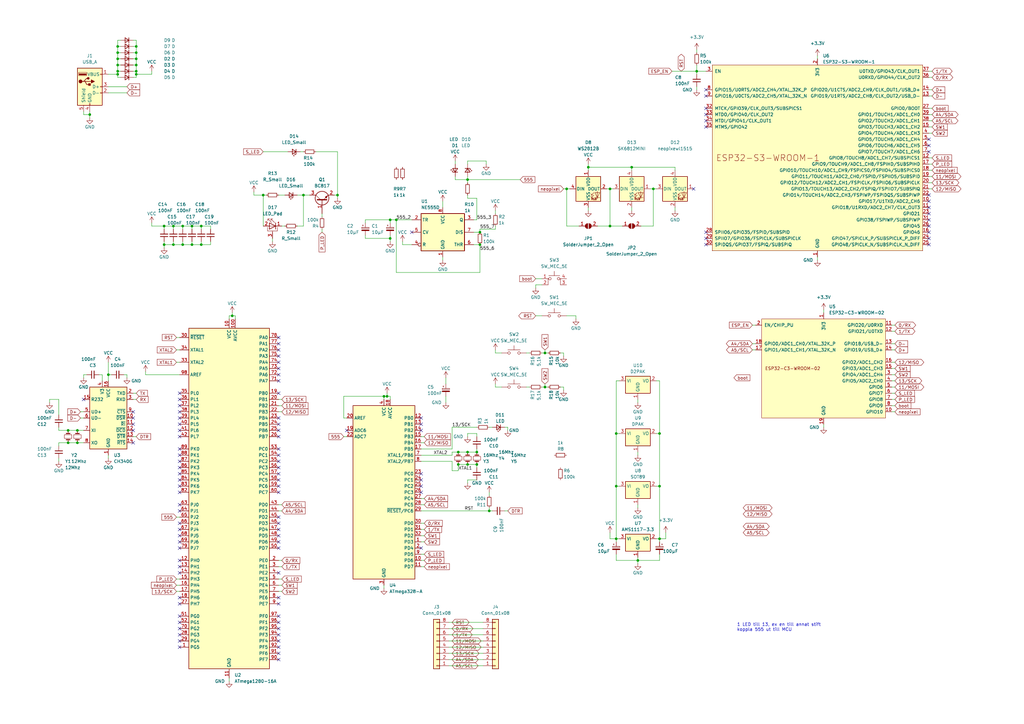
<source format=kicad_sch>
(kicad_sch (version 20231120) (generator "eeschema") (generator_version "8.0")
  (paper "A3")
  (junction (at 158.75 162.56))
  (junction (at 78.74 100.33))
  (junction (at 195.58 190.5))
  (junction (at 27.94 176.53))
  (junction (at 196.85 95.25))
  (junction (at 67.31 100.33))
  (junction (at 200.66 209.55))
  (junction (at 157.48 162.56))
  (junction (at 67.31 92.71))
  (junction (at 95.25 129.54))
  (junction (at 48.26 26.67))
  (junction (at 55.88 29.21))
  (junction (at 232.41 77.47))
  (junction (at 252.73 220.98))
  (junction (at 252.73 199.39))
  (junction (at 191.77 73.66))
  (junction (at 55.88 30.48))
  (junction (at 191.77 185.42))
  (junction (at 107.95 80.01))
  (junction (at 48.26 30.48))
  (junction (at 48.26 19.05))
  (junction (at 82.55 92.71))
  (junction (at 138.43 80.01))
  (junction (at 27.94 181.61))
  (junction (at 252.73 177.8))
  (junction (at 44.45 153.67))
  (junction (at 261.62 229.87))
  (junction (at 223.52 144.78))
  (junction (at 160.02 90.17))
  (junction (at 187.96 190.5))
  (junction (at 270.51 177.8))
  (junction (at 48.26 29.21))
  (junction (at 48.26 24.13))
  (junction (at 270.51 199.39))
  (junction (at 78.74 92.71))
  (junction (at 74.93 100.33))
  (junction (at 162.56 90.17))
  (junction (at 160.02 97.79))
  (junction (at 71.12 100.33))
  (junction (at 250.19 92.71))
  (junction (at 31.75 176.53))
  (junction (at 191.77 190.5))
  (junction (at 285.75 29.21))
  (junction (at 74.93 92.71))
  (junction (at 187.96 185.42))
  (junction (at 31.75 181.61))
  (junction (at 267.97 77.47))
  (junction (at 55.88 24.13))
  (junction (at 55.88 19.05))
  (junction (at 48.26 21.59))
  (junction (at 82.55 100.33))
  (junction (at 241.3 68.58))
  (junction (at 270.51 220.98))
  (junction (at 250.19 77.47))
  (junction (at 196.85 100.33))
  (junction (at 55.88 21.59))
  (junction (at 36.83 46.99))
  (junction (at 55.88 26.67))
  (junction (at 259.08 68.58))
  (junction (at 71.12 92.71))
  (junction (at 223.52 158.75))
  (junction (at 195.58 185.42))
  (junction (at 124.46 80.01))
  (no_connect (at 114.3 184.15))
  (no_connect (at 73.66 189.23))
  (no_connect (at 381 85.09))
  (no_connect (at 73.66 245.11))
  (no_connect (at 114.3 199.39))
  (no_connect (at 114.3 267.97))
  (no_connect (at 114.3 245.11))
  (no_connect (at 73.66 194.31))
  (no_connect (at 114.3 262.89))
  (no_connect (at 114.3 138.43))
  (no_connect (at 381 59.69))
  (no_connect (at 114.3 140.97))
  (no_connect (at 381 90.17))
  (no_connect (at 172.72 196.85))
  (no_connect (at 172.72 173.99))
  (no_connect (at 73.66 168.91))
  (no_connect (at 172.72 201.93))
  (no_connect (at 114.3 201.93))
  (no_connect (at 381 87.63))
  (no_connect (at 114.3 214.63))
  (no_connect (at 73.66 247.65))
  (no_connect (at 114.3 186.69))
  (no_connect (at 54.61 168.91))
  (no_connect (at 114.3 171.45))
  (no_connect (at 114.3 255.27))
  (no_connect (at 54.61 173.99))
  (no_connect (at 73.66 222.25))
  (no_connect (at 114.3 247.65))
  (no_connect (at 73.66 173.99))
  (no_connect (at 73.66 186.69))
  (no_connect (at 73.66 255.27))
  (no_connect (at 73.66 219.71))
  (no_connect (at 114.3 146.05))
  (no_connect (at 73.66 265.43))
  (no_connect (at 114.3 179.07))
  (no_connect (at 284.48 77.47))
  (no_connect (at 114.3 219.71))
  (no_connect (at 54.61 176.53))
  (no_connect (at 114.3 260.35))
  (no_connect (at 114.3 196.85))
  (no_connect (at 54.61 181.61))
  (no_connect (at 172.72 199.39))
  (no_connect (at 73.66 262.89))
  (no_connect (at 381 57.15))
  (no_connect (at 114.3 212.09))
  (no_connect (at 114.3 257.81))
  (no_connect (at 73.66 176.53))
  (no_connect (at 381 97.79))
  (no_connect (at 73.66 217.17))
  (no_connect (at 114.3 194.31))
  (no_connect (at 114.3 222.25))
  (no_connect (at 289.56 100.33))
  (no_connect (at 289.56 39.37))
  (no_connect (at 73.66 199.39))
  (no_connect (at 172.72 171.45))
  (no_connect (at 114.3 270.51))
  (no_connect (at 73.66 191.77))
  (no_connect (at 73.66 260.35))
  (no_connect (at 114.3 224.79))
  (no_connect (at 73.66 196.85))
  (no_connect (at 289.56 36.83))
  (no_connect (at 73.66 234.95))
  (no_connect (at 114.3 148.59))
  (no_connect (at 73.66 163.83))
  (no_connect (at 381 80.01))
  (no_connect (at 34.29 163.83))
  (no_connect (at 73.66 184.15))
  (no_connect (at 381 92.71))
  (no_connect (at 289.56 52.07))
  (no_connect (at 289.56 44.45))
  (no_connect (at 73.66 161.29))
  (no_connect (at 114.3 153.67))
  (no_connect (at 381 62.23))
  (no_connect (at 54.61 171.45))
  (no_connect (at 114.3 189.23))
  (no_connect (at 289.56 49.53))
  (no_connect (at 114.3 217.17))
  (no_connect (at 114.3 234.95))
  (no_connect (at 381 100.33))
  (no_connect (at 289.56 46.99))
  (no_connect (at 114.3 176.53))
  (no_connect (at 289.56 95.25))
  (no_connect (at 73.66 201.93))
  (no_connect (at 114.3 173.99))
  (no_connect (at 381 82.55))
  (no_connect (at 73.66 209.55))
  (no_connect (at 73.66 207.01))
  (no_connect (at 114.3 143.51))
  (no_connect (at 114.3 151.13))
  (no_connect (at 114.3 161.29))
  (no_connect (at 114.3 191.77))
  (no_connect (at 172.72 176.53))
  (no_connect (at 142.24 176.53))
  (no_connect (at 289.56 97.79))
  (no_connect (at 73.66 166.37))
  (no_connect (at 73.66 229.87))
  (no_connect (at 73.66 252.73))
  (no_connect (at 73.66 232.41))
  (no_connect (at 381 95.25))
  (no_connect (at 73.66 171.45))
  (no_connect (at 114.3 156.21))
  (no_connect (at 114.3 265.43))
  (no_connect (at 73.66 224.79))
  (no_connect (at 172.72 224.79))
  (no_connect (at 172.72 194.31))
  (no_connect (at 114.3 252.73))
  (no_connect (at 73.66 214.63))
  (no_connect (at 168.91 95.25))
  (no_connect (at 73.66 257.81))
  (no_connect (at 73.66 179.07))
  (wire (pts (xy 285.75 26.67) (xy 285.75 29.21)))
  (wire (pts (xy 182.88 162.56) (xy 182.88 165.1)))
  (wire (pts (xy 124.46 80.01) (xy 127 80.01)))
  (wire (pts (xy 367.03 168.91) (xy 365.76 168.91)))
  (wire (pts (xy 187.96 185.42) (xy 191.77 185.42)))
  (wire (pts (xy 44.45 186.69) (xy 44.45 187.96)))
  (wire (pts (xy 241.3 85.09) (xy 241.3 86.36)))
  (wire (pts (xy 173.99 214.63) (xy 172.72 214.63)))
  (wire (pts (xy 34.29 153.67) (xy 35.56 153.67)))
  (wire (pts (xy 250.19 220.98) (xy 252.73 220.98)))
  (wire (pts (xy 157.48 162.56) (xy 158.75 162.56)))
  (wire (pts (xy 48.26 16.51) (xy 48.26 19.05)))
  (wire (pts (xy 165.1 100.33) (xy 168.91 100.33)))
  (wire (pts (xy 115.57 166.37) (xy 114.3 166.37)))
  (wire (pts (xy 367.03 151.13) (xy 365.76 151.13)))
  (wire (pts (xy 308.61 140.97) (xy 309.88 140.97)))
  (wire (pts (xy 285.75 35.56) (xy 285.75 36.83)))
  (wire (pts (xy 203.2 87.63) (xy 203.2 86.36)))
  (wire (pts (xy 40.64 153.67) (xy 41.91 153.67)))
  (wire (pts (xy 223.52 157.48) (xy 223.52 158.75)))
  (wire (pts (xy 275.59 29.21) (xy 285.75 29.21)))
  (wire (pts (xy 173.99 181.61) (xy 172.72 181.61)))
  (wire (pts (xy 184.15 260.35) (xy 198.12 260.35)))
  (wire (pts (xy 162.56 90.17) (xy 168.91 90.17)))
  (wire (pts (xy 191.77 66.04) (xy 199.39 66.04)))
  (wire (pts (xy 142.24 171.45) (xy 140.97 171.45)))
  (wire (pts (xy 115.57 209.55) (xy 114.3 209.55)))
  (wire (pts (xy 72.39 148.59) (xy 73.66 148.59)))
  (wire (pts (xy 149.86 91.44) (xy 149.86 90.17)))
  (wire (pts (xy 132.08 87.63) (xy 132.08 88.9)))
  (wire (pts (xy 252.73 222.25) (xy 252.73 220.98)))
  (wire (pts (xy 382.27 69.85) (xy 381 69.85)))
  (wire (pts (xy 24.13 176.53) (xy 27.94 176.53)))
  (wire (pts (xy 241.3 68.58) (xy 259.08 68.58)))
  (wire (pts (xy 160.02 162.56) (xy 158.75 162.56)))
  (wire (pts (xy 74.93 92.71) (xy 71.12 92.71)))
  (wire (pts (xy 182.88 154.94) (xy 182.88 157.48)))
  (wire (pts (xy 191.77 81.28) (xy 191.77 80.01)))
  (wire (pts (xy 259.08 68.58) (xy 276.86 68.58)))
  (wire (pts (xy 195.58 184.15) (xy 195.58 185.42)))
  (wire (pts (xy 252.73 220.98) (xy 254 220.98)))
  (wire (pts (xy 48.26 26.67) (xy 48.26 29.21)))
  (wire (pts (xy 72.39 240.03) (xy 73.66 240.03)))
  (wire (pts (xy 44.45 30.48) (xy 48.26 30.48)))
  (wire (pts (xy 72.39 138.43) (xy 73.66 138.43)))
  (wire (pts (xy 48.26 21.59) (xy 48.26 24.13)))
  (wire (pts (xy 261.62 185.42) (xy 261.62 186.69)))
  (wire (pts (xy 250.19 92.71) (xy 250.19 77.47)))
  (wire (pts (xy 172.72 189.23) (xy 185.42 189.23)))
  (wire (pts (xy 140.97 171.45) (xy 140.97 162.56)))
  (wire (pts (xy 160.02 163.83) (xy 160.02 162.56)))
  (wire (pts (xy 173.99 232.41) (xy 172.72 232.41)))
  (wire (pts (xy 160.02 90.17) (xy 160.02 91.44)))
  (wire (pts (xy 382.27 72.39) (xy 381 72.39)))
  (wire (pts (xy 185.42 184.15) (xy 172.72 184.15)))
  (wire (pts (xy 181.61 82.55) (xy 181.61 85.09)))
  (wire (pts (xy 270.51 156.21) (xy 270.51 177.8)))
  (wire (pts (xy 382.27 64.77) (xy 381 64.77)))
  (wire (pts (xy 71.12 100.33) (xy 67.31 100.33)))
  (wire (pts (xy 54.61 21.59) (xy 55.88 21.59)))
  (wire (pts (xy 215.9 144.78) (xy 217.17 144.78)))
  (wire (pts (xy 232.41 77.47) (xy 233.68 77.47)))
  (wire (pts (xy 67.31 92.71) (xy 71.12 92.71)))
  (wire (pts (xy 231.14 160.02) (xy 231.14 158.75)))
  (wire (pts (xy 252.73 227.33) (xy 252.73 229.87)))
  (wire (pts (xy 55.88 24.13) (xy 55.88 26.67)))
  (wire (pts (xy 36.83 45.72) (xy 36.83 46.99)))
  (wire (pts (xy 367.03 158.75) (xy 365.76 158.75)))
  (wire (pts (xy 24.13 182.88) (xy 24.13 181.61)))
  (wire (pts (xy 186.69 66.04) (xy 186.69 67.31)))
  (wire (pts (xy 115.57 240.03) (xy 114.3 240.03)))
  (wire (pts (xy 184.15 270.51) (xy 198.12 270.51)))
  (wire (pts (xy 237.49 92.71) (xy 232.41 92.71)))
  (wire (pts (xy 203.2 157.48) (xy 203.2 158.75)))
  (wire (pts (xy 54.61 31.75) (xy 55.88 31.75)))
  (wire (pts (xy 107.95 62.23) (xy 118.11 62.23)))
  (wire (pts (xy 241.3 68.58) (xy 241.3 69.85)))
  (wire (pts (xy 121.92 80.01) (xy 124.46 80.01)))
  (wire (pts (xy 191.77 179.07) (xy 191.77 177.8)))
  (wire (pts (xy 273.05 218.44) (xy 273.05 220.98)))
  (wire (pts (xy 191.77 81.28) (xy 195.58 81.28)))
  (wire (pts (xy 59.69 153.67) (xy 73.66 153.67)))
  (wire (pts (xy 104.14 78.74) (xy 104.14 80.01)))
  (wire (pts (xy 149.86 96.52) (xy 149.86 97.79)))
  (wire (pts (xy 115.57 92.71) (xy 116.84 92.71)))
  (wire (pts (xy 41.91 153.67) (xy 41.91 156.21)))
  (wire (pts (xy 55.88 30.48) (xy 55.88 29.21)))
  (wire (pts (xy 173.99 217.17) (xy 172.72 217.17)))
  (wire (pts (xy 259.08 68.58) (xy 259.08 69.85)))
  (wire (pts (xy 185.42 193.04) (xy 187.96 193.04)))
  (wire (pts (xy 254 177.8) (xy 252.73 177.8)))
  (wire (pts (xy 48.26 19.05) (xy 48.26 21.59)))
  (wire (pts (xy 149.86 90.17) (xy 160.02 90.17)))
  (wire (pts (xy 123.19 62.23) (xy 124.46 62.23)))
  (wire (pts (xy 219.71 118.11) (xy 219.71 116.84)))
  (wire (pts (xy 191.77 177.8) (xy 195.58 177.8)))
  (wire (pts (xy 252.73 177.8) (xy 252.73 199.39)))
  (wire (pts (xy 74.93 100.33) (xy 71.12 100.33)))
  (wire (pts (xy 185.42 186.69) (xy 185.42 185.42)))
  (wire (pts (xy 185.42 189.23) (xy 185.42 193.04)))
  (wire (pts (xy 74.93 99.06) (xy 74.93 100.33)))
  (wire (pts (xy 191.77 73.66) (xy 191.77 74.93)))
  (wire (pts (xy 194.31 95.25) (xy 196.85 95.25)))
  (wire (pts (xy 44.45 148.59) (xy 44.45 153.67)))
  (wire (pts (xy 82.55 100.33) (xy 78.74 100.33)))
  (wire (pts (xy 44.45 35.56) (xy 52.07 35.56)))
  (wire (pts (xy 248.92 77.47) (xy 250.19 77.47)))
  (wire (pts (xy 138.43 81.28) (xy 138.43 80.01)))
  (wire (pts (xy 82.55 99.06) (xy 82.55 100.33)))
  (wire (pts (xy 72.39 237.49) (xy 73.66 237.49)))
  (wire (pts (xy 55.88 161.29) (xy 54.61 161.29)))
  (wire (pts (xy 173.99 179.07) (xy 172.72 179.07)))
  (wire (pts (xy 140.97 162.56) (xy 157.48 162.56)))
  (wire (pts (xy 49.53 21.59) (xy 48.26 21.59)))
  (wire (pts (xy 266.7 77.47) (xy 267.97 77.47)))
  (wire (pts (xy 162.56 90.17) (xy 160.02 90.17)))
  (wire (pts (xy 55.88 19.05) (xy 55.88 21.59)))
  (wire (pts (xy 52.07 153.67) (xy 50.8 153.67)))
  (wire (pts (xy 115.57 163.83) (xy 114.3 163.83)))
  (wire (pts (xy 54.61 19.05) (xy 55.88 19.05)))
  (wire (pts (xy 335.28 105.41) (xy 335.28 106.68)))
  (wire (pts (xy 203.2 158.75) (xy 205.74 158.75)))
  (wire (pts (xy 44.45 38.1) (xy 52.07 38.1)))
  (wire (pts (xy 241.3 67.31) (xy 241.3 68.58)))
  (wire (pts (xy 107.95 80.01) (xy 109.22 80.01)))
  (wire (pts (xy 215.9 158.75) (xy 217.17 158.75)))
  (wire (pts (xy 252.73 156.21) (xy 252.73 177.8)))
  (wire (pts (xy 49.53 26.67) (xy 48.26 26.67)))
  (wire (pts (xy 250.19 218.44) (xy 250.19 220.98)))
  (wire (pts (xy 24.13 163.83) (xy 24.13 170.18)))
  (wire (pts (xy 213.36 73.66) (xy 191.77 73.66)))
  (wire (pts (xy 24.13 175.26) (xy 24.13 176.53)))
  (wire (pts (xy 219.71 116.84) (xy 222.25 116.84)))
  (wire (pts (xy 194.31 100.33) (xy 196.85 100.33)))
  (wire (pts (xy 203.2 143.51) (xy 203.2 144.78)))
  (wire (pts (xy 199.39 66.04) (xy 199.39 67.31)))
  (wire (pts (xy 222.25 144.78) (xy 223.52 144.78)))
  (wire (pts (xy 138.43 62.23) (xy 138.43 80.01)))
  (wire (pts (xy 160.02 99.06) (xy 160.02 97.79)))
  (wire (pts (xy 27.94 181.61) (xy 31.75 181.61)))
  (wire (pts (xy 367.03 135.89) (xy 365.76 135.89)))
  (wire (pts (xy 34.29 46.99) (xy 36.83 46.99)))
  (wire (pts (xy 184.15 267.97) (xy 198.12 267.97)))
  (wire (pts (xy 236.22 130.81) (xy 236.22 129.54)))
  (wire (pts (xy 223.52 143.51) (xy 223.52 144.78)))
  (wire (pts (xy 382.27 46.99) (xy 381 46.99)))
  (wire (pts (xy 382.27 44.45) (xy 381 44.45)))
  (wire (pts (xy 78.74 92.71) (xy 74.93 92.71)))
  (wire (pts (xy 250.19 77.47) (xy 251.46 77.47)))
  (wire (pts (xy 223.52 144.78) (xy 224.79 144.78)))
  (wire (pts (xy 203.2 93.98) (xy 196.85 93.98)))
  (wire (pts (xy 78.74 92.71) (xy 78.74 93.98)))
  (wire (pts (xy 232.41 92.71) (xy 232.41 77.47)))
  (wire (pts (xy 245.11 92.71) (xy 250.19 92.71)))
  (wire (pts (xy 308.61 143.51) (xy 309.88 143.51)))
  (wire (pts (xy 276.86 85.09) (xy 276.86 86.36)))
  (wire (pts (xy 49.53 19.05) (xy 48.26 19.05)))
  (wire (pts (xy 200.66 175.26) (xy 201.93 175.26)))
  (wire (pts (xy 124.46 92.71) (xy 124.46 80.01)))
  (wire (pts (xy 86.36 92.71) (xy 82.55 92.71)))
  (wire (pts (xy 48.26 29.21) (xy 49.53 29.21)))
  (wire (pts (xy 335.28 22.86) (xy 335.28 24.13)))
  (wire (pts (xy 382.27 49.53) (xy 381 49.53)))
  (wire (pts (xy 254 156.21) (xy 252.73 156.21)))
  (wire (pts (xy 185.42 185.42) (xy 187.96 185.42)))
  (wire (pts (xy 24.13 187.96) (xy 24.13 189.23)))
  (wire (pts (xy 382.27 74.93) (xy 381 74.93)))
  (wire (pts (xy 44.45 153.67) (xy 44.45 156.21)))
  (wire (pts (xy 31.75 181.61) (xy 34.29 181.61)))
  (wire (pts (xy 196.85 93.98) (xy 196.85 95.25)))
  (wire (pts (xy 36.83 46.99) (xy 36.83 48.26)))
  (wire (pts (xy 191.77 185.42) (xy 195.58 185.42)))
  (wire (pts (xy 82.55 92.71) (xy 82.55 93.98)))
  (wire (pts (xy 382.27 29.21) (xy 381 29.21)))
  (wire (pts (xy 34.29 153.67) (xy 34.29 154.94)))
  (wire (pts (xy 24.13 181.61) (xy 27.94 181.61)))
  (wire (pts (xy 93.98 130.81) (xy 93.98 129.54)))
  (wire (pts (xy 96.52 129.54) (xy 96.52 130.81)))
  (wire (pts (xy 222.25 158.75) (xy 223.52 158.75)))
  (wire (pts (xy 115.57 207.01) (xy 114.3 207.01)))
  (wire (pts (xy 48.26 31.75) (xy 48.26 30.48)))
  (wire (pts (xy 231.14 158.75) (xy 229.87 158.75)))
  (wire (pts (xy 337.82 173.99) (xy 337.82 175.26)))
  (wire (pts (xy 54.61 16.51) (xy 55.88 16.51)))
  (wire (pts (xy 267.97 92.71) (xy 267.97 77.47)))
  (wire (pts (xy 27.94 176.53) (xy 31.75 176.53)))
  (wire (pts (xy 54.61 179.07) (xy 55.88 179.07)))
  (wire (pts (xy 308.61 133.35) (xy 309.88 133.35)))
  (wire (pts (xy 184.15 262.89) (xy 198.12 262.89)))
  (wire (pts (xy 55.88 163.83) (xy 54.61 163.83)))
  (wire (pts (xy 219.71 129.54) (xy 222.25 129.54)))
  (wire (pts (xy 20.32 163.83) (xy 24.13 163.83)))
  (wire (pts (xy 86.36 100.33) (xy 82.55 100.33)))
  (wire (pts (xy 162.56 90.17) (xy 162.56 111.76)))
  (wire (pts (xy 185.42 175.26) (xy 185.42 184.15)))
  (wire (pts (xy 62.23 92.71) (xy 67.31 92.71)))
  (wire (pts (xy 78.74 99.06) (xy 78.74 100.33)))
  (wire (pts (xy 157.48 163.83) (xy 157.48 162.56)))
  (wire (pts (xy 269.24 199.39) (xy 270.51 199.39)))
  (wire (pts (xy 86.36 99.06) (xy 86.36 100.33)))
  (wire (pts (xy 114.3 80.01) (xy 116.84 80.01)))
  (wire (pts (xy 382.27 31.75) (xy 381 31.75)))
  (wire (pts (xy 208.28 176.53) (xy 208.28 175.26)))
  (wire (pts (xy 31.75 176.53) (xy 34.29 176.53)))
  (wire (pts (xy 49.53 31.75) (xy 48.26 31.75)))
  (wire (pts (xy 191.77 190.5) (xy 195.58 190.5)))
  (wire (pts (xy 252.73 229.87) (xy 261.62 229.87)))
  (wire (pts (xy 173.99 219.71) (xy 172.72 219.71)))
  (wire (pts (xy 160.02 96.52) (xy 160.02 97.79)))
  (wire (pts (xy 382.27 52.07) (xy 381 52.07)))
  (wire (pts (xy 72.39 242.57) (xy 73.66 242.57)))
  (wire (pts (xy 203.2 144.78) (xy 205.74 144.78)))
  (wire (pts (xy 270.51 177.8) (xy 270.51 199.39)))
  (wire (pts (xy 195.58 190.5) (xy 195.58 191.77)))
  (wire (pts (xy 270.51 229.87) (xy 261.62 229.87)))
  (wire (pts (xy 59.69 152.4) (xy 59.69 153.67)))
  (wire (pts (xy 138.43 80.01) (xy 137.16 80.01)))
  (wire (pts (xy 115.57 237.49) (xy 114.3 237.49)))
  (wire (pts (xy 367.03 163.83) (xy 365.76 163.83)))
  (wire (pts (xy 104.14 80.01) (xy 107.95 80.01)))
  (wire (pts (xy 95.25 129.54) (xy 96.52 129.54)))
  (wire (pts (xy 367.03 133.35) (xy 365.76 133.35)))
  (wire (pts (xy 71.12 92.71) (xy 71.12 93.98)))
  (wire (pts (xy 184.15 265.43) (xy 198.12 265.43)))
  (wire (pts (xy 367.03 161.29) (xy 365.76 161.29)))
  (wire (pts (xy 270.51 199.39) (xy 270.51 220.98)))
  (wire (pts (xy 140.97 179.07) (xy 142.24 179.07)))
  (wire (pts (xy 187.96 190.5) (xy 191.77 190.5)))
  (wire (pts (xy 382.27 36.83) (xy 381 36.83)))
  (wire (pts (xy 191.77 67.31) (xy 191.77 66.04)))
  (wire (pts (xy 367.03 140.97) (xy 365.76 140.97)))
  (wire (pts (xy 54.61 24.13) (xy 55.88 24.13)))
  (wire (pts (xy 186.69 72.39) (xy 186.69 73.66)))
  (wire (pts (xy 231.14 144.78) (xy 229.87 144.78)))
  (wire (pts (xy 219.71 114.3) (xy 222.25 114.3)))
  (wire (pts (xy 55.88 26.67) (xy 55.88 29.21)))
  (wire (pts (xy 191.77 196.85) (xy 195.58 196.85)))
  (wire (pts (xy 382.27 77.47) (xy 381 77.47)))
  (wire (pts (xy 62.23 30.48) (xy 55.88 30.48)))
  (wire (pts (xy 107.95 80.01) (xy 107.95 92.71)))
  (wire (pts (xy 33.02 168.91) (xy 34.29 168.91)))
  (wire (pts (xy 74.93 92.71) (xy 74.93 93.98)))
  (wire (pts (xy 367.03 153.67) (xy 365.76 153.67)))
  (wire (pts (xy 52.07 154.94) (xy 52.07 153.67)))
  (wire (pts (xy 196.85 111.76) (xy 196.85 100.33)))
  (wire (pts (xy 203.2 92.71) (xy 203.2 93.98)))
  (wire (pts (xy 270.51 227.33) (xy 270.51 229.87)))
  (wire (pts (xy 71.12 99.06) (xy 71.12 100.33)))
  (wire (pts (xy 48.26 30.48) (xy 48.26 29.21)))
  (wire (pts (xy 262.89 92.71) (xy 267.97 92.71)))
  (wire (pts (xy 269.24 156.21) (xy 270.51 156.21)))
  (wire (pts (xy 149.86 97.79) (xy 160.02 97.79)))
  (wire (pts (xy 367.03 148.59) (xy 365.76 148.59)))
  (wire (pts (xy 173.99 204.47) (xy 172.72 204.47)))
  (wire (pts (xy 157.48 240.03) (xy 157.48 241.3)))
  (wire (pts (xy 184.15 273.05) (xy 198.12 273.05)))
  (wire (pts (xy 48.26 24.13) (xy 48.26 26.67)))
  (wire (pts (xy 49.53 24.13) (xy 48.26 24.13)))
  (wire (pts (xy 55.88 16.51) (xy 55.88 19.05)))
  (wire (pts (xy 115.57 229.87) (xy 114.3 229.87)))
  (wire (pts (xy 269.24 177.8) (xy 270.51 177.8)))
  (wire (pts (xy 86.36 93.98) (xy 86.36 92.71)))
  (wire (pts (xy 173.99 222.25) (xy 172.72 222.25)))
  (wire (pts (xy 67.31 93.98) (xy 67.31 92.71)))
  (wire (pts (xy 367.03 156.21) (xy 365.76 156.21)))
  (wire (pts (xy 276.86 68.58) (xy 276.86 69.85)))
  (wire (pts (xy 172.72 186.69) (xy 185.42 186.69)))
  (wire (pts (xy 54.61 26.67) (xy 55.88 26.67)))
  (wire (pts (xy 367.03 166.37) (xy 365.76 166.37)))
  (wire (pts (xy 208.28 209.55) (xy 207.01 209.55)))
  (wire (pts (xy 231.14 146.05) (xy 231.14 144.78)))
  (wire (pts (xy 285.75 29.21) (xy 289.56 29.21)))
  (wire (pts (xy 55.88 21.59) (xy 55.88 24.13)))
  (wire (pts (xy 231.14 77.47) (xy 232.41 77.47)))
  (wire (pts (xy 367.03 143.51) (xy 365.76 143.51)))
  (wire (pts (xy 111.76 97.79) (xy 111.76 99.06)))
  (wire (pts (xy 62.23 29.21) (xy 62.23 30.48)))
  (wire (pts (xy 78.74 100.33) (xy 74.93 100.33)))
  (wire (pts (xy 72.39 212.09) (xy 73.66 212.09)))
  (wire (pts (xy 55.88 31.75) (xy 55.88 30.48)))
  (wire (pts (xy 337.82 127) (xy 337.82 128.27)))
  (wire (pts (xy 129.54 62.23) (xy 138.43 62.23)))
  (wire (pts (xy 261.62 163.83) (xy 261.62 165.1)))
  (wire (pts (xy 200.66 208.28) (xy 200.66 209.55)))
  (wire (pts (xy 55.88 29.21) (xy 54.61 29.21)))
  (wire (pts (xy 382.27 54.61) (xy 381 54.61)))
  (wire (pts (xy 195.58 177.8) (xy 195.58 179.07)))
  (wire (pts (xy 267.97 77.47) (xy 269.24 77.47)))
  (wire (pts (xy 194.31 90.17) (xy 195.58 90.17)))
  (wire (pts (xy 115.57 168.91) (xy 114.3 168.91)))
  (wire (pts (xy 200.66 209.55) (xy 201.93 209.55)))
  (wire (pts (xy 223.52 158.75) (xy 224.79 158.75)))
  (wire (pts (xy 200.66 201.93) (xy 200.66 203.2)))
  (wire (pts (xy 285.75 29.21) (xy 285.75 30.48)))
  (wire (pts (xy 62.23 91.44) (xy 62.23 92.71)))
  (wire (pts (xy 252.73 199.39) (xy 252.73 220.98)))
  (wire (pts (xy 195.58 90.17) (xy 195.58 81.28)))
  (wire (pts (xy 173.99 229.87) (xy 172.72 229.87)))
  (wire (pts (xy 173.99 207.01) (xy 172.72 207.01)))
  (wire (pts (xy 186.69 73.66) (xy 191.77 73.66)))
  (wire (pts (xy 285.75 20.32) (xy 285.75 21.59)))
  (wire (pts (xy 236.22 129.54) (xy 232.41 129.54)))
  (wire (pts (xy 208.28 175.26) (xy 207.01 175.26)))
  (wire (pts (xy 95.25 128.27) (xy 95.25 129.54)))
  (wire (pts (xy 115.57 242.57) (xy 114.3 242.57)))
  (wire (pts (xy 33.02 171.45) (xy 34.29 171.45)))
  (wire (pts (xy 158.75 162.56) (xy 158.75 161.29)))
  (wire (pts (xy 67.31 100.33) (xy 67.31 101.6)))
  (wire (pts (xy 191.77 72.39) (xy 191.77 73.66)))
  (wire (pts (xy 121.92 92.71) (xy 124.46 92.71)))
  (wire (pts (xy 93.98 129.54) (xy 95.25 129.54)))
  (wire (pts (xy 261.62 229.87) (xy 261.62 228.6)))
  (wire (pts (xy 72.39 143.51) (xy 73.66 143.51)))
  (wire (pts (xy 172.72 209.55) (xy 200.66 209.55)))
  (wire (pts (xy 250.19 92.71) (xy 255.27 92.71)))
  (wire (pts (xy 165.1 99.06) (xy 165.1 100.33)))
  (wire (pts (xy 270.51 220.98) (xy 269.24 220.98)))
  (wire (pts (xy 254 199.39) (xy 252.73 199.39)))
  (wire (pts (xy 49.53 16.51) (xy 48.26 16.51)))
  (wire (pts (xy 93.98 278.13) (xy 93.98 279.4)))
  (wire (pts (xy 259.08 85.09) (xy 259.08 86.36)))
  (wire (pts (xy 115.57 232.41) (xy 114.3 232.41)))
  (wire (pts (xy 261.62 229.87) (xy 261.62 231.14)))
  (wire (pts (xy 261.62 207.01) (xy 261.62 208.28)))
  (wire (pts (xy 191.77 198.12) (xy 191.77 196.85)))
  (wire (pts (xy 185.42 175.26) (xy 195.58 175.26)))
  (wire (pts (xy 82.55 92.71) (xy 78.74 92.71)))
  (wire (pts (xy 34.29 45.72) (xy 34.29 46.99)))
  (wire (pts (xy 273.05 220.98) (xy 270.51 220.98)))
  (wire (pts (xy 173.99 227.33) (xy 172.72 227.33)))
  (wire (pts (xy 181.61 105.41) (xy 181.61 106.68)))
  (wire (pts (xy 187.96 190.5) (xy 187.96 193.04)))
  (wire (pts (xy 132.08 93.98) (xy 132.08 95.25)))
  (wire (pts (xy 162.56 111.76) (xy 196.85 111.76)))
  (wire (pts (xy 184.15 255.27) (xy 198.12 255.27)))
  (wire (pts (xy 382.27 67.31) (xy 381 67.31)))
  (wire (pts (xy 67.31 99.06) (xy 67.31 100.33)))
  (wire (pts (xy 184.15 257.81) (xy 198.12 257.81)))
  (wire (pts (xy 270.51 222.25) (xy 270.51 220.98)))
  (wire (pts (xy 20.32 165.1) (xy 20.32 163.83)))
  (wire (pts (xy 382.27 39.37) (xy 381 39.37)))
  (wire (pts (xy 44.45 153.67) (xy 45.72 153.67)))
  (text "1 LED till 13, ex en till annat stift\nkoppla 555 ut till MCU" (at 302.26 259.08 0) (effects (font (size 1.27 1.27)) (justify left bottom)))
  (label "555_3" (at 195.58 90.17 0))
  (label "555_2" (at 162.56 90.17 0))
  (label "RST" (at 190.5 209.55 0))
  (label "555_7" (at 196.85 93.98 0))
  (label "XTAL2" (at 177.8 186.69 0))
  (label "555_6" (at 196.85 102.87 0))
  (label "13{slash}SCK" (at 185.42 175.26 0))
  (label "XTAL1" (at 187.96 193.04 0))
  (global_label "XTAL1" (shape input) (at 72.39 148.59 180) (property "Intersheetrefs" "${INTERSHEET_REFS}" (effects (hide yes))))
  (global_label "SW1" (shape input) (at 382.27 52.07 0) (property "Intersheetrefs" "${INTERSHEET_REFS}" (effects (hide yes))))
  (global_label "D+" (shape input) (at 52.07 35.56 0) (property "Intersheetrefs" "${INTERSHEET_REFS}" (effects (hide yes))))
  (global_label "A5{slash}SCL" (shape bidirectional) (at 304.8 218.44 0) (property "Intersheetrefs" "${INTERSHEET_REFS}" (effects (hide yes))))
  (global_label "555" (shape input) (at 72.39 212.09 180) (property "Intersheetrefs" "${INTERSHEET_REFS}" (effects (hide yes))))
  (global_label "13{slash}SCK" (shape input) (at 72.39 242.57 180) (property "Intersheetrefs" "${INTERSHEET_REFS}" (effects (hide yes))))
  (global_label "12{slash}MISO" (shape input) (at 173.99 181.61 0) (property "Intersheetrefs" "${INTERSHEET_REFS}" (effects (hide yes))))
  (global_label "A4{slash}SDA" (shape bidirectional) (at 304.8 215.9 0) (property "Intersheetrefs" "${INTERSHEET_REFS}" (effects (hide yes))))
  (global_label "0{slash}RX" (shape bidirectional) (at 367.03 133.35 0) (property "Intersheetrefs" "${INTERSHEET_REFS}" (effects (hide yes))))
  (global_label "RST" (shape bidirectional) (at 279.4 29.21 90) (property "Intersheetrefs" "${INTERSHEET_REFS}" (effects (hide yes))))
  (global_label "13{slash}SCK" (shape bidirectional) (at 382.27 74.93 0) (property "Intersheetrefs" "${INTERSHEET_REFS}" (effects (hide yes))))
  (global_label "A4{slash}SDA" (shape bidirectional) (at 308.61 140.97 180) (property "Intersheetrefs" "${INTERSHEET_REFS}" (effects (hide yes))))
  (global_label "RST" (shape input) (at 72.39 138.43 180) (property "Intersheetrefs" "${INTERSHEET_REFS}" (effects (hide yes))))
  (global_label "12{slash}MISO" (shape bidirectional) (at 304.8 210.82 0) (property "Intersheetrefs" "${INTERSHEET_REFS}" (effects (hide yes))))
  (global_label "D-" (shape input) (at 52.07 38.1 0) (property "Intersheetrefs" "${INTERSHEET_REFS}" (effects (hide yes))))
  (global_label "neopixel" (shape input) (at 367.03 168.91 0) (property "Intersheetrefs" "${INTERSHEET_REFS}" (effects (hide yes))))
  (global_label "DTR" (shape input) (at 208.28 209.55 0) (property "Intersheetrefs" "${INTERSHEET_REFS}" (effects (hide yes))))
  (global_label "neopixel" (shape input) (at 72.39 240.03 180) (property "Intersheetrefs" "${INTERSHEET_REFS}" (effects (hide yes))))
  (global_label "RST" (shape bidirectional) (at 219.71 129.54 180) (property "Intersheetrefs" "${INTERSHEET_REFS}" (effects (hide yes))))
  (global_label "13{slash}SCK" (shape bidirectional) (at 367.03 156.21 0) (property "Intersheetrefs" "${INTERSHEET_REFS}" (effects (hide yes))))
  (global_label "S_LED" (shape input) (at 173.99 227.33 0) (property "Intersheetrefs" "${INTERSHEET_REFS}" (effects (hide yes))))
  (global_label "1{slash}TX" (shape input) (at 115.57 232.41 0) (property "Intersheetrefs" "${INTERSHEET_REFS}" (effects (hide yes))))
  (global_label "ESP_EN" (shape input) (at 308.61 133.35 180) (property "Intersheetrefs" "${INTERSHEET_REFS}" (effects (hide yes))))
  (global_label "A4{slash}SDA" (shape bidirectional) (at 382.27 46.99 0) (property "Intersheetrefs" "${INTERSHEET_REFS}" (effects (hide yes))))
  (global_label "SW1" (shape input) (at 367.03 151.13 0) (property "Intersheetrefs" "${INTERSHEET_REFS}" (effects (hide yes))))
  (global_label "1{slash}TX" (shape bidirectional) (at 185.42 260.35 0) (property "Intersheetrefs" "${INTERSHEET_REFS}" (effects (hide yes))))
  (global_label "S_LED" (shape input) (at 115.57 237.49 0) (property "Intersheetrefs" "${INTERSHEET_REFS}" (effects (hide yes))))
  (global_label "TX" (shape input) (at 55.88 161.29 0) (property "Intersheetrefs" "${INTERSHEET_REFS}" (effects (hide yes))))
  (global_label "boot" (shape input) (at 382.27 44.45 0) (property "Intersheetrefs" "${INTERSHEET_REFS}" (effects (hide yes))))
  (global_label "D+" (shape input) (at 382.27 36.83 0) (property "Intersheetrefs" "${INTERSHEET_REFS}" (effects (hide yes))))
  (global_label "boot" (shape input) (at 219.71 114.3 180) (property "Intersheetrefs" "${INTERSHEET_REFS}" (effects (hide yes))))
  (global_label "11{slash}MOSI" (shape input) (at 115.57 166.37 0) (property "Intersheetrefs" "${INTERSHEET_REFS}" (effects (hide yes))))
  (global_label "12{slash}MISO" (shape bidirectional) (at 367.03 148.59 0) (property "Intersheetrefs" "${INTERSHEET_REFS}" (effects (hide yes))))
  (global_label "0{slash}RX" (shape bidirectional) (at 185.42 257.81 0) (property "Intersheetrefs" "${INTERSHEET_REFS}" (effects (hide yes))))
  (global_label "0{slash}RX" (shape input) (at 115.57 229.87 0) (property "Intersheetrefs" "${INTERSHEET_REFS}" (effects (hide yes))))
  (global_label "RX" (shape input) (at 55.88 163.83 0) (property "Intersheetrefs" "${INTERSHEET_REFS}" (effects (hide yes))))
  (global_label "P_LED" (shape input) (at 382.27 67.31 0) (property "Intersheetrefs" "${INTERSHEET_REFS}" (effects (hide yes))))
  (global_label "1{slash}TX" (shape input) (at 173.99 217.17 0) (property "Intersheetrefs" "${INTERSHEET_REFS}" (effects (hide yes))))
  (global_label "D+" (shape input) (at 33.02 168.91 180) (property "Intersheetrefs" "${INTERSHEET_REFS}" (effects (hide yes))))
  (global_label "1{slash}TX" (shape bidirectional) (at 367.03 135.89 0) (property "Intersheetrefs" "${INTERSHEET_REFS}" (effects (hide yes))))
  (global_label "12{slash}MISO" (shape bidirectional) (at 382.27 77.47 0) (property "Intersheetrefs" "${INTERSHEET_REFS}" (effects (hide yes))))
  (global_label "11{slash}MOSI" (shape input) (at 173.99 179.07 0) (property "Intersheetrefs" "${INTERSHEET_REFS}" (effects (hide yes))))
  (global_label "13{slash}SCK" (shape input) (at 115.57 163.83 0) (property "Intersheetrefs" "${INTERSHEET_REFS}" (effects (hide yes))))
  (global_label "A5{slash}SCL" (shape input) (at 173.99 207.01 0) (property "Intersheetrefs" "${INTERSHEET_REFS}" (effects (hide yes))))
  (global_label "P_LED" (shape input) (at 367.03 163.83 0) (property "Intersheetrefs" "${INTERSHEET_REFS}" (effects (hide yes))))
  (global_label "13{slash}SCK" (shape bidirectional) (at 185.42 267.97 0) (property "Intersheetrefs" "${INTERSHEET_REFS}" (effects (hide yes))))
  (global_label "XTAL2" (shape input) (at 72.39 143.51 180) (property "Intersheetrefs" "${INTERSHEET_REFS}" (effects (hide yes))))
  (global_label "555" (shape input) (at 140.97 179.07 180) (property "Intersheetrefs" "${INTERSHEET_REFS}" (effects (hide yes))))
  (global_label "S_LED" (shape input) (at 367.03 161.29 0) (property "Intersheetrefs" "${INTERSHEET_REFS}" (effects (hide yes))))
  (global_label "boot" (shape input) (at 367.03 166.37 0) (property "Intersheetrefs" "${INTERSHEET_REFS}" (effects (hide yes))))
  (global_label "0{slash}RX" (shape input) (at 173.99 214.63 0) (property "Intersheetrefs" "${INTERSHEET_REFS}" (effects (hide yes))))
  (global_label "11{slash}MOSI" (shape bidirectional) (at 367.03 158.75 0) (property "Intersheetrefs" "${INTERSHEET_REFS}" (effects (hide yes))))
  (global_label "RST" (shape bidirectional) (at 185.42 255.27 0) (property "Intersheetrefs" "${INTERSHEET_REFS}" (effects (hide yes))))
  (global_label "SW2" (shape input) (at 367.03 153.67 0) (property "Intersheetrefs" "${INTERSHEET_REFS}" (effects (hide yes))))
  (global_label "D-" (shape input) (at 382.27 39.37 0) (property "Intersheetrefs" "${INTERSHEET_REFS}" (effects (hide yes))))
  (global_label "P_LED" (shape input) (at 173.99 229.87 0) (property "Intersheetrefs" "${INTERSHEET_REFS}" (effects (hide yes))))
  (global_label "SW2" (shape input) (at 173.99 222.25 0) (property "Intersheetrefs" "${INTERSHEET_REFS}" (effects (hide yes))))
  (global_label "A4{slash}SDA" (shape bidirectional) (at 185.42 270.51 0) (property "Intersheetrefs" "${INTERSHEET_REFS}" (effects (hide yes))))
  (global_label "P_LED" (shape input) (at 132.08 95.25 270) (property "Intersheetrefs" "${INTERSHEET_REFS}" (effects (hide yes))))
  (global_label "S_LED" (shape input) (at 382.27 64.77 0) (property "Intersheetrefs" "${INTERSHEET_REFS}" (effects (hide yes))))
  (global_label "1{slash}TX" (shape bidirectional) (at 382.27 29.21 0) (property "Intersheetrefs" "${INTERSHEET_REFS}" (effects (hide yes))))
  (global_label "boot" (shape input) (at 300.99 154.94 0) (property "Intersheetrefs" "${INTERSHEET_REFS}" (effects (hide yes))))
  (global_label "neopixel" (shape input) (at 382.27 69.85 0) (property "Intersheetrefs" "${INTERSHEET_REFS}" (effects (hide yes))))
  (global_label "SW2" (shape input) (at 115.57 242.57 0) (property "Intersheetrefs" "${INTERSHEET_REFS}" (effects (hide yes))))
  (global_label "A4{slash}SDA" (shape input) (at 115.57 209.55 0) (property "Intersheetrefs" "${INTERSHEET_REFS}" (effects (hide yes))))
  (global_label "12{slash}MISO" (shape bidirectional) (at 185.42 265.43 0) (property "Intersheetrefs" "${INTERSHEET_REFS}" (effects (hide yes))))
  (global_label "A4{slash}SDA" (shape input) (at 173.99 204.47 0) (property "Intersheetrefs" "${INTERSHEET_REFS}" (effects (hide yes))))
  (global_label "A5{slash}SCL" (shape bidirectional) (at 308.61 143.51 180) (property "Intersheetrefs" "${INTERSHEET_REFS}" (effects (hide yes))))
  (global_label "SW1" (shape input) (at 173.99 219.71 0) (property "Intersheetrefs" "${INTERSHEET_REFS}" (effects (hide yes))))
  (global_label "S_LED" (shape input) (at 107.95 62.23 180) (property "Intersheetrefs" "${INTERSHEET_REFS}" (effects (hide yes))))
  (global_label "D-" (shape input) (at 33.02 171.45 180) (property "Intersheetrefs" "${INTERSHEET_REFS}" (effects (hide yes))))
  (global_label "555" (shape input) (at 213.36 73.66 0) (property "Intersheetrefs" "${INTERSHEET_REFS}" (effects (hide yes))))
  (global_label "ESP_EN" (shape input) (at 275.59 29.21 180) (property "Intersheetrefs" "${INTERSHEET_REFS}" (effects (hide yes))))
  (global_label "SW2" (shape input) (at 223.52 157.48 90) (property "Intersheetrefs" "${INTERSHEET_REFS}" (effects (hide yes))))
  (global_label "D+" (shape input) (at 367.03 143.51 0) (property "Intersheetrefs" "${INTERSHEET_REFS}" (effects (hide yes))))
  (global_label "SW2" (shape input) (at 382.27 54.61 0) (property "Intersheetrefs" "${INTERSHEET_REFS}" (effects (hide yes))))
  (global_label "11{slash}MOSI" (shape bidirectional) (at 185.42 262.89 0) (property "Intersheetrefs" "${INTERSHEET_REFS}" (effects (hide yes))))
  (global_label "D-" (shape input) (at 367.03 140.97 0) (property "Intersheetrefs" "${INTERSHEET_REFS}" (effects (hide yes))))
  (global_label "0{slash}RX" (shape bidirectional) (at 382.27 31.75 0) (property "Intersheetrefs" "${INTERSHEET_REFS}" (effects (hide yes))))
  (global_label "P_LED" (shape input) (at 72.39 237.49 180) (property "Intersheetrefs" "${INTERSHEET_REFS}" (effects (hide yes))))
  (global_label "A5{slash}SCL" (shape bidirectional) (at 185.42 273.05 0) (property "Intersheetrefs" "${INTERSHEET_REFS}" (effects (hide yes))))
  (global_label "neopixel" (shape input) (at 231.14 77.47 180) (property "Intersheetrefs" "${INTERSHEET_REFS}" (effects (hide yes))))
  (global_label "11{slash}MOSI" (shape bidirectional) (at 382.27 72.39 0) (property "Intersheetrefs" "${INTERSHEET_REFS}" (effects (hide yes))))
  (global_label "SW1" (shape input) (at 223.52 143.51 90) (property "Intersheetrefs" "${INTERSHEET_REFS}" (effects (hide yes))))
  (global_label "neopixel" (shape input) (at 173.99 232.41 0) (property "Intersheetrefs" "${INTERSHEET_REFS}" (effects (hide yes))))
  (global_label "SW1" (shape input) (at 115.57 240.03 0) (property "Intersheetrefs" "${INTERSHEET_REFS}" (effects (hide yes))))
  (global_label "A5{slash}SCL" (shape bidirectional) (at 382.27 49.53 0) (property "Intersheetrefs" "${INTERSHEET_REFS}" (effects (hide yes))))
  (global_label "A5{slash}SCL" (shape input) (at 115.57 207.01 0) (property "Intersheetrefs" "${INTERSHEET_REFS}" (effects (hide yes))))
  (global_label "DTR" (shape input) (at 55.88 179.07 0) (property "Intersheetrefs" "${INTERSHEET_REFS}" (effects (hide yes))))
  (global_label "12{slash}MISO" (shape input) (at 115.57 168.91 0) (property "Intersheetrefs" "${INTERSHEET_REFS}" (effects (hide yes))))
  (global_label "11{slash}MOSI" (shape bidirectional) (at 304.8 208.28 0) (property "Intersheetrefs" "${INTERSHEET_REFS}" (effects (hide yes))))
  (symbol (lib_id "power:VCC") (at 95.25 128.27 0) (unit 1)
    (property "Reference" "#PWR09" (effects (hide yes)))
    (property "Value" "VCC" (at 95.25 124.46 0))
  )
  (symbol (lib_id "Device:R_Small") (at 111.76 80.01 270) (unit 1)
    (property "Reference" "R13" (at 111.76 71.12 90))
    (property "Value" "R_Small" (at 111.76 73.66 90))
    (property "Footprint" "Resistor_SMD:R_0603_1608Metric" (effects (hide yes)))
  )
  (symbol (lib_id "Regulator_Linear:AMS1117-3.3") (at 261.62 177.8 0) (unit 1)
    (property "Reference" "U9" (at 261.62 171.45 0))
    (property "Value" "DPAK" (at 261.62 173.99 0))
    (property "Footprint" "Package_TO_SOT_SMD:TO-252-2" (effects (hide yes)))
    (property "Datasheet" "http://www.advanced-monolithic.com/pdf/ds1117.pdf" (effects (hide yes)))
  )
  (symbol (lib_id "power:GND") (at 93.98 279.4 0) (unit 1)
    (property "Reference" "#PWR023" (effects (hide yes)))
    (property "Value" "GND" (at 90.17 279.4 0))
  )
  (symbol (lib_id "power:+3.3V") (at 335.28 22.86 0) (unit 1)
    (property "Reference" "#PWR024" (effects (hide yes)))
    (property "Value" "+3.3V" (at 335.28 17.78 0))
  )
  (symbol (lib_id "Device:R_Small") (at 219.71 144.78 270) (unit 1)
    (property "Reference" "R16" (at 218.44 146.05 0) (effects (justify left)))
    (property "Value" "5,1k" (at 220.98 146.05 0) (effects (justify left)))
    (property "Footprint" "Resistor_SMD:R_0402_1005Metric" (effects (hide yes)))
  )
  (symbol (lib_id "Device:C_Polarized_Small") (at 252.73 224.79 0) (unit 1)
    (property "Reference" "C6" (at 245.11 223.52 0) (effects (justify left)))
    (property "Value" "10µF" (at 245.11 226.06 0) (effects (justify left)))
    (property "Footprint" "Capacitor_SMD:CP_Elec_4x3.9" (effects (hide yes)))
  )
  (symbol (lib_id "power:VCC") (at 182.88 154.94 0) (unit 1)
    (property "Reference" "#PWR020" (effects (hide yes)))
    (property "Value" "VCC" (at 182.88 151.13 0))
  )
  (symbol (lib_id "Device:Crystal_Small") (at 31.75 179.07 90) (unit 1)
    (property "Reference" "Y2" (at 29.21 186.69 90) (effects (justify right)))
    (property "Value" "12Mhz" (at 29.21 189.23 90) (effects (justify right)))
    (property "Footprint" "DIY:Crystal_SMD_7050-2Pin_7.0x5.0_bättremm" (effects (hide yes)))
  )
  (symbol (lib_id "Device:R_Small") (at 229.87 194.31 0) (unit 1)
    (property "Reference" "R6" (at 231.14 193.04 0) (effects (justify left)))
    (property "Value" "100k" (at 231.14 195.58 0) (effects (justify left)))
    (property "Footprint" "Resistor_SMD:R_0201_0603Metric" (effects (hide yes)))
  )
  (symbol (lib_id "Device:R_Small") (at 196.85 97.79 0) (unit 1)
    (property "Reference" "R1" (at 198.12 96.52 0) (effects (justify left)))
    (property "Value" "100k" (at 198.12 99.06 0) (effects (justify left)))
    (property "Footprint" "Resistor_SMD:R_0805_2012Metric" (effects (hide yes)))
  )
  (symbol (lib_id "power:+3.3V") (at 337.82 127 0) (unit 1)
    (property "Reference" "#PWR022" (effects (hide yes)))
    (property "Value" "+3.3V" (at 337.82 121.92 0))
  )
  (symbol (lib_id "Connector:USB_A") (at 36.83 35.56 0) (unit 1)
    (property "Reference" "J1" (at 36.83 22.86 0))
    (property "Value" "USB_A" (at 36.83 25.4 0))
    (property "Footprint" "DIY:USB_A_PCB_Traces (2022_12_20 17_46_41 UTC)" (effects (hide yes)))
    (property "Datasheet" " ~" (effects (hide yes)))
  )
  (symbol (lib_id "power:+3.3V") (at 285.75 20.32 0) (unit 1)
    (property "Reference" "#PWR025" (effects (hide yes)))
    (property "Value" "+3.3V" (at 285.75 15.24 0))
  )
  (symbol (lib_id "Device:C_Small") (at 38.1 153.67 90) (unit 1)
    (property "Reference" "C3" (at 39.37 149.86 90) (effects (justify left)))
    (property "Value" "100nF" (at 39.37 147.32 90) (effects (justify left)))
    (property "Footprint" "Capacitor_SMD:C_0402_1005Metric" (effects (hide yes)))
  )
  (symbol (lib_id "Device:R_Small") (at 227.33 144.78 270) (unit 1)
    (property "Reference" "R15" (at 226.06 146.05 0) (effects (justify left)))
    (property "Value" "10k" (at 228.6 146.05 0) (effects (justify left)))
    (property "Footprint" "Resistor_SMD:R_0402_1005Metric" (effects (hide yes)))
  )
  (symbol (lib_id "power:VCC") (at 241.3 67.31 0) (unit 1)
    (property "Reference" "#PWR043" (effects (hide yes)))
    (property "Value" "VCC" (at 241.3 63.5 0))
  )
  (symbol (lib_id "power:VCC") (at 44.45 148.59 0) (unit 1)
    (property "Reference" "#PWR013" (effects (hide yes)))
    (property "Value" "VCC" (at 44.45 144.78 0))
  )
  (symbol (lib_id "MCU_Microchip_ATmega:ATmega1280-16A") (at 93.98 204.47 0) (unit 1)
    (property "Reference" "U2" (at 96.1741 276.86 0) (effects (justify left)))
    (property "Value" "ATmega1280-16A" (at 96.1741 279.4 0) (effects (justify left)))
    (property "Footprint" "Package_QFP:TQFP-100_14x14mm_P0.5mm" (effects (hide yes)))
    (property "Datasheet" "http://ww1.microchip.com/downloads/en/DeviceDoc/Atmel-2549-8-bit-AVR-Microcontroller-ATmega640-1280-1281-2560-2561_datasheet.pdf" (effects (hide yes)))
  )
  (symbol (lib_id "power:GND") (at 231.14 160.02 0) (unit 1)
    (property "Reference" "#PWR051" (effects (hide yes)))
    (property "Value" "GND" (at 231.14 163.83 0))
  )
  (symbol (lib_id "power:GND") (at 259.08 86.36 0) (unit 1)
    (property "Reference" "#PWR042" (effects (hide yes)))
    (property "Value" "GND" (effects (hide yes)))
  )
  (symbol (lib_id "Device:R_Small") (at 200.66 205.74 180) (unit 1)
    (property "Reference" "R11" (at 199.39 207.01 0) (effects (justify left)))
    (property "Value" "100k" (at 199.39 204.47 0) (effects (justify left)))
    (property "Footprint" "Resistor_SMD:R_0402_1005Metric" (effects (hide yes)))
  )
  (symbol (lib_id "Device:C_Small") (at 195.58 181.61 0) (unit 1)
    (property "Reference" "C10" (at 204.47 182.88 0) (effects (justify right)))
    (property "Value" "100nF" (at 204.47 180.34 0) (effects (justify right)))
    (property "Footprint" "Capacitor_SMD:C_0402_1005Metric" (effects (hide yes)))
  )
  (symbol (lib_id "Device:C_Small") (at 78.74 96.52 180) (unit 1)
    (property "Reference" "C17" (at 76.2 88.9 0) (effects (justify right)))
    (property "Value" "100nF" (at 76.2 91.44 0) (effects (justify right)))
    (property "Footprint" "Capacitor_SMD:C_0402_1005Metric" (effects (hide yes)))
  )
  (symbol (lib_id "Regulator_Linear:AMS1117-3.3") (at 261.62 156.21 0) (unit 1)
    (property "Reference" "U10" (at 261.62 149.86 0))
    (property "Value" "D2PAK" (at 261.62 152.4 0))
    (property "Footprint" "Package_TO_SOT_SMD:TO-263-2" (effects (hide yes)))
    (property "Datasheet" "http://www.advanced-monolithic.com/pdf/ds1117.pdf" (effects (hide yes)))
  )
  (symbol (lib_id "Device:C_Small") (at 24.13 185.42 0) (mirror y) (unit 1)
    (property "Reference" "C13" (at 15.24 186.69 0) (effects (justify right)))
    (property "Value" "100nF" (at 15.24 184.15 0) (effects (justify right)))
    (property "Footprint" "Capacitor_SMD:C_0402_1005Metric" (effects (hide yes)))
  )
  (symbol (lib_id "Device:C_Polarized_Small") (at 149.86 93.98 0) (unit 1)
    (property "Reference" "C2" (at 142.24 92.71 0) (effects (justify left)))
    (property "Value" "10µF" (at 142.24 95.25 0) (effects (justify left)))
    (property "Footprint" "Capacitor_THT:CP_Radial_D4.0mm_P2.00mm" (effects (hide yes)))
  )
  (symbol (lib_id "Device:Crystal_Small") (at 27.94 179.07 90) (unit 1)
    (property "Reference" "Y1" (at 26.67 189.23 90) (effects (justify right)))
    (property "Value" "12Mhz" (at 26.67 191.77 90) (effects (justify right)))
    (property "Footprint" "Crystal:Crystal_SMD_HC49-SD" (effects (hide yes)))
  )
  (symbol (lib_id "LED:WS2812B") (at 241.3 77.47 0) (unit 1)
    (property "Reference" "D8" (at 241.3 58.42 0))
    (property "Value" "WS2812B" (at 241.3 60.96 0))
    (property "Footprint" "LED_SMD:LED_WS2812B_PLCC4_5.0x5.0mm_P3.2mm" (effects (hide yes)))
    (property "Datasheet" "https://cdn-shop.adafruit.com/datasheets/WS2812B.pdf" (effects (hide yes)))
  )
  (symbol (lib_id "power:GND") (at 261.62 231.14 0) (unit 1)
    (property "Reference" "#PWR031" (effects (hide yes)))
    (property "Value" "GND" (at 261.62 234.95 0))
  )
  (symbol (lib_id "Device:R_Small") (at 198.12 175.26 90) (unit 1)
    (property "Reference" "R3" (at 196.85 173.99 0) (effects (justify left)))
    (property "Value" "1k" (at 199.39 173.99 0) (effects (justify left)))
    (property "Footprint" "Resistor_SMD:R_0402_1005Metric" (effects (hide yes)))
  )
  (symbol (lib_id "power:GND") (at 199.39 67.31 0) (unit 1)
    (property "Reference" "#PWR06" (effects (hide yes)))
    (property "Value" "GND" (at 199.39 71.12 0))
  )
  (symbol (lib_id "power:GND") (at 182.88 165.1 0) (unit 1)
    (property "Reference" "#PWR021" (effects (hide yes)))
    (property "Value" "GND" (at 179.07 165.1 0))
  )
  (symbol (lib_name "Crystal_Small_1") (lib_id "Device:Crystal_Small") (at 187.96 187.96 90) (mirror x) (unit 1)
    (property "Reference" "Y3" (at 198.12 189.23 90) (effects (justify right)))
    (property "Value" "16Mhz" (at 198.12 186.69 90) (effects (justify right)))
    (property "Footprint" "Crystal:Crystal_SMD_2016-4Pin_2.0x1.6mm" (effects (hide yes)))
  )
  (symbol (lib_id "power:VCC") (at 158.75 161.29 0) (unit 1)
    (property "Reference" "#PWR015" (effects (hide yes)))
    (property "Value" "VCC" (at 158.75 157.48 0))
  )
  (symbol (lib_id "power:GND") (at 261.62 208.28 0) (unit 1)
    (property "Reference" "#PWR034" (effects (hide yes)))
    (property "Value" "GND" (at 261.62 212.09 0))
  )
  (symbol (lib_id "Device:R_Small") (at 203.2 90.17 0) (unit 1)
    (property "Reference" "R2" (at 204.47 88.9 0) (effects (justify left)))
    (property "Value" "1k" (at 204.47 91.44 0) (effects (justify left)))
    (property "Footprint" "Resistor_SMD:R_0402_1005Metric" (effects (hide yes)))
  )
  (symbol (lib_name "SW_MEC_5G_1") (lib_id "Switch:SW_MEC_5G") (at 210.82 158.75 0) (unit 1)
    (property "Reference" "SW4" (at 210.82 151.13 0))
    (property "Value" "SW_MEC_5E" (at 210.82 153.67 0))
    (property "Footprint" "Button_Switch_SMD:SW_Push_SPST_NO_Alps_SKRK" (effects (hide yes)))
    (property "Datasheet" "http://www.apem.com/int/index.php?controller=attachment&id_attachment=488" (effects (hide yes)))
  )
  (symbol (lib_id "Device:LED_Pad") (at 111.76 92.71 0) (mirror y) (unit 1)
    (property "Reference" "D17" (at 111.76 85.09 0))
    (property "Value" "LED_Pad" (at 111.76 87.63 0))
    (property "Footprint" "LED_SMD:LED_1W_3W_R8" (effects (hide yes)))
  )
  (symbol (lib_id "Device:C_Small") (at 48.26 153.67 90) (unit 1)
    (property "Reference" "C4" (at 48.2663 147.32 90))
    (property "Value" "100nF" (at 48.2663 149.86 90))
    (property "Footprint" "Capacitor_SMD:C_0402_1005Metric" (effects (hide yes)))
  )
  (symbol (lib_id "Device:C_Polarized_Small") (at 160.02 93.98 0) (unit 1)
    (property "Reference" "C1" (at 152.4 92.71 0) (effects (justify left)))
    (property "Value" "10µF" (at 152.4 95.25 0) (effects (justify left)))
    (property "Footprint" "Capacitor_THT:CP_Radial_D6.3mm_P2.50mm" (effects (hide yes)))
  )
  (symbol (lib_id "Device:C_Polarized_Small") (at 182.88 160.02 0) (unit 1)
    (property "Reference" "C5" (at 175.26 158.75 0) (effects (justify left)))
    (property "Value" "100nF" (at 175.26 161.29 0) (effects (justify left)))
    (property "Footprint" "Capacitor_SMD:CP_Elec_3x5.4" (effects (hide yes)))
  )
  (symbol (lib_id "Device:D_Small") (at 52.07 26.67 180) (unit 1)
    (property "Reference" "D3" (at 68.58 26.67 0))
    (property "Value" "D" (at 71.12 26.67 0))
    (property "Footprint" "Diode_SMD:D_SOD-323" (effects (hide yes)))
    (property "Sim.Device" "D" (effects (hide yes)))
    (property "Sim.Pins" "1=K 2=A" (effects (hide yes)))
  )
  (symbol (lib_id "power:GND") (at 111.76 99.06 0) (unit 1)
    (property "Reference" "#PWR048" (effects (hide yes)))
    (property "Value" "GND" (at 111.76 102.87 0))
  )
  (symbol (lib_id "power:GND") (at 191.77 198.12 0) (mirror y) (unit 1)
    (property "Reference" "#PWR019" (effects (hide yes)))
    (property "Value" "GND" (at 195.58 198.12 0))
  )
  (symbol (lib_id "power:GND") (at 236.22 130.81 0) (unit 1)
    (property "Reference" "#PWR041" (effects (hide yes)))
    (property "Value" "GND" (at 236.22 134.62 0))
  )
  (symbol (lib_name "SW_MEC_5G_1") (lib_id "Switch:SW_MEC_5G") (at 210.82 144.78 0) (unit 1)
    (property "Reference" "SW2" (at 210.82 137.16 0))
    (property "Value" "SW_MEC_5E" (at 210.82 139.7 0))
    (property "Footprint" "Button_Switch_SMD:SW_Push_1P1T_NO_CK_KMR2" (effects (hide yes)))
    (property "Datasheet" "http://www.apem.com/int/index.php?controller=attachment&id_attachment=488" (effects (hide yes)))
  )
  (symbol (lib_id "Device:C_Small") (at 24.13 172.72 0) (mirror y) (unit 1)
    (property "Reference" "C12" (at 15.24 173.99 0) (effects (justify right)))
    (property "Value" "100nF" (at 15.24 171.45 0) (effects (justify right)))
    (property "Footprint" "Capacitor_SMD:C_0402_1005Metric" (effects (hide yes)))
  )
  (symbol (lib_id "LED:SK6812MINI") (at 259.08 77.47 0) (unit 1)
    (property "Reference" "D13" (at 259.08 58.42 0))
    (property "Value" "SK6812MINI" (at 259.08 60.96 0))
    (property "Footprint" "LED_SMD:LED_SK6812MINI_PLCC4_3.5x3.5mm_P1.75mm" (effects (hide yes)))
    (property "Datasheet" "https://cdn-shop.adafruit.com/product-files/2686/SK6812MINI_REV.01-1-2.pdf" (effects (hide yes)))
  )
  (symbol (lib_id "Connector_Generic:Conn_01x08") (at 203.2 265.43 0) (mirror x) (unit 1)
    (property "Reference" "J4" (at 203.2 248.92 0))
    (property "Value" "Conn_01x08" (at 203.2 251.46 0))
    (property "Footprint" "Connector_PinHeader_2.54mm:PinHeader_1x08_P2.54mm_Vertical_SMD_Pin1Left" (effects (hide yes)))
  )
  (symbol (lib_id "LED:SK6812MINI") (at 276.86 77.47 0) (unit 1)
    (property "Reference" "D12" (at 276.86 58.42 0))
    (property "Value" "neopixewl1515" (at 276.86 60.96 0))
    (property "Footprint" "DIY:neopixel 1515" (effects (hide yes)))
    (property "Datasheet" "https://cdn-shop.adafruit.com/product-files/2686/SK6812MINI_REV.01-1-2.pdf" (effects (hide yes)))
  )
  (symbol (lib_id "Device:D_Small") (at 52.07 24.13 180) (unit 1)
    (property "Reference" "D2" (at 68.58 24.13 0))
    (property "Value" "D" (at 71.12 24.13 0))
    (property "Footprint" "Diode_SMD:D_SOD-523" (effects (hide yes)))
    (property "Sim.Device" "D" (effects (hide yes)))
    (property "Sim.Pins" "1=K 2=A" (effects (hide yes)))
  )
  (symbol (lib_id "Interface_USB:CH340G") (at 44.45 171.45 0) (unit 1)
    (property "Reference" "U3" (at 46.6441 186.69 0) (effects (justify left)))
    (property "Value" "CH340G" (at 46.6441 189.23 0) (effects (justify left)))
    (property "Footprint" "Package_SO:SOIC-16_3.9x9.9mm_P1.27mm" (effects (hide yes)))
    (property "Datasheet" "http://www.datasheet5.com/pdf-local-2195953" (effects (hide yes)))
  )
  (symbol (lib_id "Device:R_Small") (at 229.87 186.69 270) (unit 1)
    (property "Reference" "R8" (at 228.6 184.15 90) (effects (justify left)))
    (property "Value" "1k" (at 228.6 181.61 90) (effects (justify left)))
    (property "Footprint" "Resistor_SMD:R_1210_3225Metric" (effects (hide yes)))
  )
  (symbol (lib_id "Device:R_Small") (at 227.33 158.75 270) (unit 1)
    (property "Reference" "R18" (at 226.06 160.02 0) (effects (justify left)))
    (property "Value" "10k" (at 228.6 160.02 0) (effects (justify left)))
    (property "Footprint" "Resistor_SMD:R_0402_1005Metric" (effects (hide yes)))
  )
  (symbol (lib_id "Device:C_Small") (at 71.12 96.52 180) (unit 1)
    (property "Reference" "C15" (at 68.58 88.9 0) (effects (justify right)))
    (property "Value" "100nF" (at 68.58 91.44 0) (effects (justify right)))
    (property "Footprint" "Capacitor_SMD:C_0402_1005Metric" (effects (hide yes)))
  )
  (symbol (lib_id "Device:D_Small") (at 52.07 31.75 180) (unit 1)
    (property "Reference" "D5" (at 68.58 31.75 0))
    (property "Value" "D" (at 71.12 31.75 0))
    (property "Footprint" "Diode_SMD:D_SMA" (effects (hide yes)))
    (property "Sim.Device" "D" (effects (hide yes)))
    (property "Sim.Pins" "1=K 2=A" (effects (hide yes)))
  )
  (symbol (lib_id "power:GND") (at 335.28 106.68 0) (unit 1)
    (property "Reference" "#PWR027" (effects (hide yes)))
    (property "Value" "GND" (at 331.47 106.68 0))
  )
  (symbol (lib_id "power:GND") (at 337.82 175.26 0) (unit 1)
    (property "Reference" "#PWR026" (effects (hide yes)))
    (property "Value" "GND" (at 334.01 175.26 0))
  )
  (symbol (lib_id "Regulator_Linear:AMS1117-3.3") (at 261.62 199.39 0) (unit 1)
    (property "Reference" "U8" (at 261.62 193.04 0))
    (property "Value" "SOT89" (at 261.62 195.58 0))
    (property "Footprint" "Package_TO_SOT_SMD:SOT-89-3" (effects (hide yes)))
    (property "Datasheet" "http://www.advanced-monolithic.com/pdf/ds1117.pdf" (effects (hide yes)))
  )
  (symbol (lib_id "power:GND") (at 44.45 187.96 0) (unit 1)
    (property "Reference" "#PWR012" (effects (hide yes)))
    (property "Value" "GND" (at 44.45 191.77 0))
  )
  (symbol (lib_id "Device:C_Small") (at 74.93 96.52 180) (unit 1)
    (property "Reference" "C16" (at 72.39 83.82 0) (effects (justify right)))
    (property "Value" "100nF" (at 72.39 86.36 0) (effects (justify right)))
    (property "Footprint" "Capacitor_SMD:C_0402_1005Metric" (effects (hide yes)))
  )
  (symbol (lib_id "power:GND") (at 276.86 86.36 0) (unit 1)
    (property "Reference" "#PWR044" (effects (hide yes)))
    (property "Value" "GND" (at 276.86 90.17 0))
  )
  (symbol (lib_id "Device:LED_Small") (at 191.77 69.85 270) (unit 1)
    (property "Reference" "D10" (at 189.23 57.15 90) (effects (justify left)))
    (property "Value" "LED" (at 189.23 59.69 90) (effects (justify left)))
    (property "Footprint" "LED_THT:LED_D3.0mm" (effects (hide yes)))
  )
  (symbol (lib_id "Device:R_Small") (at 285.75 24.13 0) (unit 1)
    (property "Reference" "R5" (at 287.02 22.86 0) (effects (justify left)))
    (property "Value" "100k" (at 287.02 25.4 0) (effects (justify left)))
    (property "Footprint" "Resistor_SMD:R_0402_1005Metric" (effects (hide yes)))
  )
  (symbol (lib_id "Device:C_Small") (at 67.31 96.52 180) (unit 1)
    (property "Reference" "C14" (at 64.77 83.82 0) (effects (justify right)))
    (property "Value" "100nF" (at 64.77 86.36 0) (effects (justify right)))
    (property "Footprint" "Capacitor_SMD:C_0402_1005Metric" (effects (hide yes)))
  )
  (symbol (lib_name "Crystal_Small_3") (lib_id "Device:Crystal_Small") (at 195.58 187.96 90) (mirror x) (unit 1)
    (property "Reference" "Y5" (at 209.55 189.23 90) (effects (justify right)))
    (property "Value" "16Mhz" (at 209.55 186.69 90) (effects (justify right)))
    (property "Footprint" "Crystal:Crystal_SMD_5032-4Pin_5.0x3.2mm" (effects (hide yes)))
  )
  (symbol (lib_id "power:GND") (at 67.31 101.6 0) (unit 1)
    (property "Reference" "#PWR035" (effects (hide yes)))
    (property "Value" "GND" (at 67.31 105.41 0))
  )
  (symbol (lib_id "Device:D_Small") (at 52.07 16.51 180) (unit 1)
    (property "Reference" "D9" (at 68.58 16.51 0))
    (property "Value" "D" (at 71.12 16.51 0))
    (property "Footprint" "Diode_THT:D_A-405_P7.62mm_Horizontal" (effects (hide yes)))
    (property "Sim.Device" "D" (effects (hide yes)))
    (property "Sim.Pins" "1=K 2=A" (effects (hide yes)))
  )
  (symbol (lib_id "power:GND") (at 138.43 81.28 0) (unit 1)
    (property "Reference" "#PWR047" (effects (hide yes)))
    (property "Value" "GND" (at 138.43 85.09 0))
  )
  (symbol (lib_id "Device:R_Small") (at 191.77 77.47 0) (unit 1)
    (property "Reference" "R10" (at 190.5 83.82 0) (effects (justify left)))
    (property "Value" "1k" (at 190.5 86.36 0) (effects (justify left)))
    (property "Footprint" "Resistor_SMD:R_1206_3216Metric" (effects (hide yes)))
  )
  (symbol (lib_id "power:GND") (at 34.29 154.94 0) (unit 1)
    (property "Reference" "#PWR016" (effects (hide yes)))
    (property "Value" "GND" (at 34.29 158.75 0))
  )
  (symbol (lib_id "power:VCC") (at 203.2 143.51 0) (unit 1)
    (property "Reference" "#PWR052" (effects (hide yes)))
    (property "Value" "VCC" (at 203.2 139.7 0))
  )
  (symbol (lib_id "power:GND") (at 241.3 86.36 0) (unit 1)
    (property "Reference" "#PWR045" (effects (hide yes)))
    (property "Value" "GND" (effects (hide yes)))
  )
  (symbol (lib_id "Timer:NE555D") (at 181.61 95.25 0) (unit 1)
    (property "Reference" "U1" (at 172.72 82.55 0) (effects (justify left)))
    (property "Value" "NE555D" (at 172.72 85.09 0) (effects (justify left)))
    (property "Footprint" "Package_SO:SOIC-8_3.9x4.9mm_P1.27mm" (effects (hide yes)))
    (property "Datasheet" "http://www.ti.com/lit/ds/symlink/ne555.pdf" (effects (hide yes)))
  )
  (symbol (lib_id "power:GND") (at 36.83 48.26 0) (unit 1)
    (property "Reference" "#PWR08" (effects (hide yes)))
    (property "Value" "GND" (at 36.83 52.07 0))
  )
  (symbol (lib_id "power:VCC") (at 62.23 29.21 0) (unit 1)
    (property "Reference" "#PWR07" (effects (hide yes)))
    (property "Value" "VCC" (at 62.23 25.4 0))
  )
  (symbol (lib_id "Device:LED_Small") (at 186.69 69.85 90) (unit 1)
    (property "Reference" "D1" (at 187.96 59.69 90) (effects (justify left)))
    (property "Value" "LED" (at 187.96 57.15 90) (effects (justify left)))
    (property "Footprint" "LED_THT:LED_D5.0mm" (effects (hide yes)))
  )
  (symbol (lib_id "power:GND") (at 160.02 99.06 0) (unit 1)
    (property "Reference" "#PWR03" (effects (hide yes)))
    (property "Value" "GND" (at 160.02 102.87 0))
  )
  (symbol (lib_id "power:GND") (at 181.61 106.68 0) (unit 1)
    (property "Reference" "#PWR01" (effects (hide yes)))
    (property "Value" "GND" (at 181.61 110.49 0))
  )
  (symbol (lib_id "Device:LED_Small") (at 204.47 175.26 180) (unit 1)
    (property "Reference" "D11" (at 207.01 170.18 0) (effects (justify left)))
    (property "Value" "LED" (at 207.01 172.72 0) (effects (justify left)))
    (property "Footprint" "LED_THT:LED_D8.0mm" (effects (hide yes)))
  )
  (symbol (lib_id "Jumper:SolderJumper_2_Open") (at 241.3 92.71 0) (unit 1)
    (property "Reference" "JP1" (at 241.3 97.79 0))
    (property "Value" "SolderJumper_2_Open" (at 241.3 100.33 0))
    (property "Footprint" "Jumper:SolderJumper-2_P1.3mm_Open_RoundedPad1.0x1.5mm" (effects (hide yes)))
  )
  (symbol (lib_id "power:VCC") (at 59.69 152.4 0) (unit 1)
    (property "Reference" "#PWR010" (effects (hide yes)))
    (property "Value" "VCC" (at 59.69 148.59 0))
  )
  (symbol (lib_id "PCM_Espressif:ESP32-S3-WROOM-1") (at 335.28 64.77 0) (unit 1)
    (property "Reference" "U6" (at 337.4741 22.86 0) (effects (justify left)))
    (property "Value" "ESP32-S3-WROOM-1" (at 337.4741 25.4 0) (effects (justify left)))
    (property "Footprint" "PCM_Espressif:ESP32-S3-WROOM-1" (effects (hide yes)))
    (property "Datasheet" "https://www.espressif.com/sites/default/files/documentation/esp32-s3-wroom-1_wroom-1u_datasheet_en.pdf" (effects (hide yes)))
  )
  (symbol (lib_id "power:VCC") (at 104.14 78.74 0) (unit 1)
    (property "Reference" "#PWR046" (effects (hide yes)))
    (property "Value" "VCC" (at 104.14 74.93 0))
  )
  (symbol (lib_id "power:GND") (at 157.48 241.3 0) (unit 1)
    (property "Reference" "#PWR018" (effects (hide yes)))
    (property "Value" "GND" (at 153.67 241.3 0))
  )
  (symbol (lib_id "Device:LED_Small") (at 120.65 62.23 180) (unit 1)
    (property "Reference" "D14" (at 120.5865 55.88 0))
    (property "Value" "LED_Small" (at 120.5865 58.42 0))
    (property "Footprint" "LED_SMD:LED_Cree-XQ_HandSoldering" (effects (hide yes)))
  )
  (symbol (lib_id "power:GND") (at 24.13 189.23 0) (unit 1)
    (property "Reference" "#PWR030" (effects (hide yes)))
    (property "Value" "GND" (at 24.13 193.04 0))
  )
  (symbol (lib_id "Jumper:SolderJumper_2_Open") (at 259.08 92.71 0) (unit 1)
    (property "Reference" "JP2" (at 259.08 101.6 0))
    (property "Value" "SolderJumper_2_Open" (at 259.08 104.14 0))
    (property "Footprint" "Jumper:SolderJumper-2_P1.3mm_Open_RoundedPad1.0x1.5mm" (effects (hide yes)))
  )
  (symbol (lib_id "Device:D_Small") (at 52.07 21.59 180) (unit 1)
    (property "Reference" "D6" (at 68.58 21.59 0))
    (property "Value" "D" (at 71.12 21.59 0))
    (property "Footprint" "Diode_SMD:D_SMB" (effects (hide yes)))
    (property "Sim.Device" "D" (effects (hide yes)))
    (property "Sim.Pins" "1=K 2=A" (effects (hide yes)))
  )
  (symbol (lib_id "Device:C_Small") (at 86.36 96.52 180) (unit 1)
    (property "Reference" "C19" (at 83.82 88.9 0) (effects (justify right)))
    (property "Value" "100nF" (at 83.82 91.44 0) (effects (justify right)))
    (property "Footprint" "Capacitor_SMD:C_0402_1005Metric" (effects (hide yes)))
  )
  (symbol (lib_id "Device:D_Small") (at 52.07 19.05 180) (unit 1)
    (property "Reference" "D7" (at 68.58 19.05 0))
    (property "Value" "D" (at 71.12 19.05 0))
    (property "Footprint" "Diode_SMD:D_SMC" (effects (hide yes)))
    (property "Sim.Device" "D" (effects (hide yes)))
    (property "Sim.Pins" "1=K 2=A" (effects (hide yes)))
  )
  (symbol (lib_id "Device:C_Small") (at 82.55 96.52 180) (unit 1)
    (property "Reference" "C18" (at 80.01 83.82 0) (effects (justify right)))
    (property "Value" "100nF" (at 80.01 86.36 0) (effects (justify right)))
    (property "Footprint" "Capacitor_SMD:C_0402_1005Metric" (effects (hide yes)))
  )
  (symbol (lib_name "SW_MEC_5G_2") (lib_id "Switch:SW_MEC_5G") (at 227.33 129.54 0) (unit 1)
    (property "Reference" "SW1" (at 227.33 121.92 0))
    (property "Value" "SW_MEC_5E" (at 227.33 124.46 0))
    (property "Footprint" "Button_Switch_SMD:SW_SPST_CK_RS282G05A3" (effects (hide yes)))
    (property "Datasheet" "http://www.apem.com/int/index.php?controller=attachment&id_attachment=488" (effects (hide yes)))
  )
  (symbol (lib_id "Device:R_Small") (at 132.08 91.44 180) (unit 1)
    (property "Reference" "R4" (at 130.81 92.71 0) (effects (justify left)))
    (property "Value" "100k" (at 130.81 90.17 0) (effects (justify left)))
    (property "Footprint" "Resistor_SMD:R_0402_1005Metric" (effects (hide yes)))
  )
  (symbol (lib_id "power:VCC") (at 186.69 66.04 0) (unit 1)
    (property "Reference" "#PWR038" (effects (hide yes)))
    (property "Value" "VCC" (at 186.69 62.23 0))
  )
  (symbol (lib_id "Switch:SW_MEC_5E") (at 227.33 116.84 0) (unit 1)
    (property "Reference" "SW3" (at 227.33 106.68 0))
    (property "Value" "SW_MEC_5E" (at 227.33 109.22 0))
    (property "Footprint" "Button_Switch_SMD:SW_Push_1P1T_NO_6x6mm_H9.5mm" (effects (hide yes)))
    (property "Datasheet" "http://www.apem.com/int/index.php?controller=attachment&id_attachment=1371" (effects (hide yes)))
  )
  (symbol (lib_id "power:VCC") (at 62.23 91.44 0) (unit 1)
    (property "Reference" "#PWR036" (effects (hide yes)))
    (property "Value" "VCC" (at 62.23 87.63 0))
  )
  (symbol (lib_id "power:VCC") (at 203.2 86.36 0) (unit 1)
    (property "Reference" "#PWR05" (effects (hide yes)))
    (property "Value" "VCC" (at 203.2 82.55 0))
  )
  (symbol (lib_id "power:GND") (at 261.62 186.69 0) (unit 1)
    (property "Reference" "#PWR039" (effects (hide yes)))
    (property "Value" "GND" (at 261.62 190.5 0))
  )
  (symbol (lib_id "PCM_Espressif:ESP32-C3-WROOM-02") (at 337.82 151.13 0) (unit 1)
    (property "Reference" "U5" (at 340.0141 125.73 0) (effects (justify left)))
    (property "Value" "ESP32-C3-WROOM-02" (at 340.0141 128.27 0) (effects (justify left)))
    (property "Footprint" "PCM_Espressif:ESP32-C3-WROOM-02" (effects (hide yes)))
    (property "Datasheet" "https://www.espressif.com/sites/default/files/documentation/esp32-c3-wroom-02_datasheet_en.pdf" (effects (hide yes)))
  )
  (symbol (lib_name "Crystal_Small_2") (lib_id "Device:Crystal_Small") (at 191.77 187.96 90) (mirror x) (unit 1)
    (property "Reference" "Y4" (at 204.47 187.96 90) (effects (justify right)))
    (property "Value" "16Mhz" (at 204.47 185.42 90) (effects (justify right)))
    (property "Footprint" "Crystal:Crystal_SMD_3225-4Pin_3.2x2.5mm" (effects (hide yes)))
  )
  (symbol (lib_id "power:VCC") (at 181.61 82.55 0) (unit 1)
    (property "Reference" "#PWR02" (effects (hide yes)))
    (property "Value" "VCC" (at 181.61 78.74 0))
  )
  (symbol (lib_id "Device:R_Small") (at 119.38 92.71 270) (unit 1)
    (property "Reference" "R12" (at 119.38 95.25 90))
    (property "Value" "R_Small" (at 119.38 97.79 90))
    (property "Footprint" "Resistor_SMD:R_1206_3216Metric" (effects (hide yes)))
  )
  (symbol (lib_id "power:GND") (at 231.14 146.05 0) (unit 1)
    (property "Reference" "#PWR050" (effects (hide yes)))
    (property "Value" "GND" (at 231.14 149.86 0))
  )
  (symbol (lib_id "power:+3.3V") (at 273.05 218.44 0) (mirror y) (unit 1)
    (property "Reference" "#PWR033" (effects (hide yes)))
    (property "Value" "+3.3V" (at 273.05 213.36 0))
  )
  (symbol (lib_id "Transistor_BJT:BC817") (at 132.08 82.55 90) (unit 1)
    (property "Reference" "Q1" (at 132.08 73.66 90))
    (property "Value" "BC817" (at 132.08 76.2 90))
    (property "Footprint" "Package_TO_SOT_SMD:SOT-23" (effects (hide yes)))
    (property "Datasheet" "https://www.onsemi.com/pub/Collateral/BC818-D.pdf" (effects (hide yes)))
  )
  (symbol (lib_id "power:GND") (at 285.75 36.83 0) (unit 1)
    (property "Reference" "#PWR028" (effects (hide yes)))
    (property "Value" "GND" (at 281.94 36.83 0))
  )
  (symbol (lib_id "power:GND") (at 20.32 165.1 0) (unit 1)
    (property "Reference" "#PWR029" (effects (hide yes)))
    (property "Value" "GND" (at 20.32 168.91 0))
  )
  (symbol (lib_id "Device:R_Small") (at 127 62.23 270) (unit 1)
    (property "Reference" "R14" (at 124.46 64.77 90) (effects (justify left)))
    (property "Value" "100k" (at 124.46 67.31 90) (effects (justify left)))
    (property "Footprint" "Resistor_SMD:R_0402_1005Metric" (effects (hide yes)))
  )
  (symbol (lib_id "power:VCC") (at 200.66 201.93 0) (unit 1)
    (property "Reference" "#PWR014" (effects (hide yes)))
    (property "Value" "VCC" (at 200.66 198.12 0))
  )
  (symbol (lib_id "Device:R_Small") (at 162.56 71.12 0) (unit 1)
    (property "Reference" "R9" (at 161.29 77.47 0) (effects (justify left)))
    (property "Value" "1k" (at 161.29 80.01 0) (effects (justify left)))
    (property "Footprint" "Resistor_SMD:R_2512_6332Metric" (effects (hide yes)))
  )
  (symbol (lib_id "power:GND") (at 52.07 154.94 0) (unit 1)
    (property "Reference" "#PWR017" (effects (hide yes)))
    (property "Value" "GND" (at 55.88 156.21 0))
  )
  (symbol (lib_id "Device:C_Small") (at 285.75 33.02 180) (unit 1)
    (property "Reference" "C8" (at 276.86 31.75 0) (effects (justify right)))
    (property "Value" "100nF" (at 276.86 34.29 0) (effects (justify right)))
    (property "Footprint" "Capacitor_SMD:C_0402_1005Metric" (effects (hide yes)))
  )
  (symbol (lib_id "Device:C_Polarized_Small") (at 270.51 224.79 0) (mirror y) (unit 1)
    (property "Reference" "C7" (at 278.13 223.52 0) (effects (justify left)))
    (property "Value" "100µF" (at 278.13 226.06 0) (effects (justify left)))
    (property "Footprint" "Capacitor_SMD:CP_Elec_6.3x3" (effects (hide yes)))
  )
  (symbol (lib_id "Connector_Generic:Conn_01x08") (at 179.07 265.43 180) (unit 1)
    (property "Reference" "J3" (at 179.07 248.92 0))
    (property "Value" "Conn_01x08" (at 179.07 251.46 0))
    (property "Footprint" "Connector_PinHeader_1.27mm:PinHeader_1x08_P1.27mm_Vertical_SMD_Pin1Left" (effects (hide yes)))
  )
  (symbol (lib_id "Regulator_Linear:AMS1117-3.3") (at 261.62 220.98 0) (unit 1)
    (property "Reference" "U7" (at 261.62 214.63 0))
    (property "Value" "AMS1117-3.3" (at 261.62 217.17 0))
    (property "Footprint" "Package_TO_SOT_SMD:SOT-223-3_TabPin2" (effects (hide yes)))
    (property "Datasheet" "http://www.advanced-monolithic.com/pdf/ds1117.pdf" (effects (hide yes)))
  )
  (symbol (lib_id "power:VCC") (at 250.19 218.44 0) (unit 1)
    (property "Reference" "#PWR032" (effects (hide yes)))
    (property "Value" "VCC" (at 250.19 214.63 0))
  )
  (symbol (lib_id "MCU_Microchip_ATmega:ATmega328-A") (at 157.48 201.93 0) (unit 1)
    (property "Reference" "U4" (at 159.6741 240.03 0) (effects (justify left)))
    (property "Value" "ATmega328-A" (at 159.6741 242.57 0) (effects (justify left)))
    (property "Footprint" "Package_QFP:TQFP-32_7x7mm_P0.8mm" (effects (hide yes)))
    (property "Datasheet" "http://ww1.microchip.com/downloads/en/DeviceDoc/ATmega328_P%20AVR%20MCU%20with%20picoPower%20Technology%20Data%20Sheet%2040001984A.pdf" (effects (hide yes)))
  )
  (symbol (lib_id "Device:C_Small") (at 204.47 209.55 270) (unit 1)
    (property "Reference" "C9" (at 203.2 218.44 0) (effects (justify right)))
    (property "Value" "100nF" (at 205.74 218.44 0) (effects (justify right)))
    (property "Footprint" "Capacitor_SMD:C_0402_1005Metric" (effects (hide yes)))
  )
  (symbol (lib_id "Device:R_Small") (at 165.1 71.12 0) (unit 1)
    (property "Reference" "R7" (at 163.83 77.47 0) (effects (justify left)))
    (property "Value" "1k" (at 163.83 80.01 0) (effects (justify left)))
    (property "Footprint" "Resistor_SMD:R_01005_0402Metric" (effects (hide yes)))
  )
  (symbol (lib_id "Device:D_Small") (at 52.07 29.21 180) (unit 1)
    (property "Reference" "D4" (at 68.58 29.21 0))
    (property "Value" "D" (at 71.12 29.21 0))
    (property "Footprint" "Diode_SMD:D_SOD-123" (effects (hide yes)))
    (property "Sim.Device" "D" (effects (hide yes)))
    (property "Sim.Pins" "1=K 2=A" (effects (hide yes)))
  )
  (symbol (lib_id "Device:R_Small") (at 219.71 158.75 270) (unit 1)
    (property "Reference" "R17" (at 218.44 160.02 0) (effects (justify left)))
    (property "Value" "5,1k" (at 220.98 160.02 0) (effects (justify left)))
    (property "Footprint" "Resistor_SMD:R_0402_1005Metric" (effects (hide yes)))
  )
  (symbol (lib_id "power:GND") (at 191.77 179.07 0) (unit 1)
    (property "Reference" "#PWR011" (effects (hide yes)))
    (property "Value" "GND" (at 187.96 179.07 0))
  )
  (symbol (lib_id "power:VCC") (at 165.1 99.06 0) (unit 1)
    (property "Reference" "#PWR04" (effects (hide yes)))
    (property "Value" "VCC" (at 165.1 95.25 0))
  )
  (symbol (lib_id "power:GND") (at 261.62 165.1 0) (unit 1)
    (property "Reference" "#PWR040" (effects (hide yes)))
    (property "Value" "GND" (at 261.62 168.91 0))
  )
  (symbol (lib_id "power:GND") (at 219.71 118.11 0) (unit 1)
    (property "Reference" "#PWR049" (effects (hide yes)))
    (property "Value" "GND" (at 219.71 121.92 0))
  )
  (symbol (lib_id "Device:LED_Small") (at 119.38 80.01 180) (unit 1)
    (property "Reference" "D16" (at 119.3165 73.66 0))
    (property "Value" "LED_Small" (at 119.3165 76.2 0))
    (property "Footprint" "LED_SMD:LED_WS2812_PLCC6_5.0x5.0mm_P1.6mm" (effects (hide yes)))
  )
  (symbol (lib_id "power:VCC") (at 203.2 157.48 0) (unit 1)
    (property "Reference" "#PWR053" (effects (hide yes)))
    (property "Value" "VCC" (at 203.2 153.67 0))
  )
  (symbol (lib_id "Device:C_Small") (at 195.58 194.31 0) (unit 1)
    (property "Reference" "C11" (at 204.47 195.58 0) (effects (justify right)))
    (property "Value" "100nF" (at 204.47 193.04 0) (effects (justify right)))
    (property "Footprint" "Capacitor_SMD:C_0402_1005Metric" (effects (hide yes)))
  )
  (symbol (lib_id "power:GND") (at 208.28 176.53 0) (unit 1)
    (property "Reference" "#PWR037" (effects (hide yes)))
    (property "Value" "GND" (at 210.82 176.53 0))
  )
)
</source>
